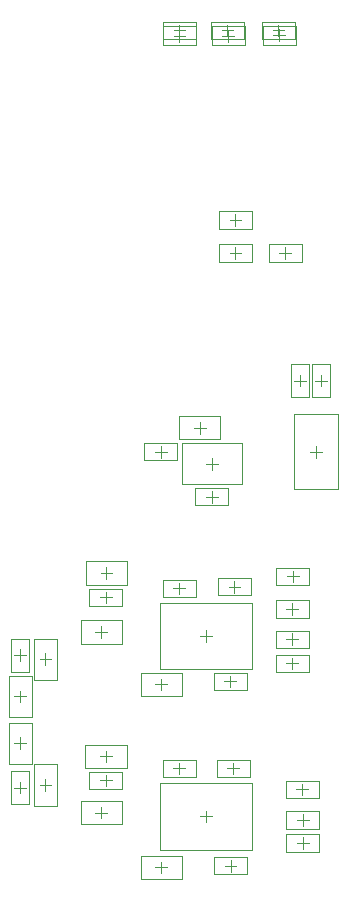
<source format=gbr>
G04 Layer_Color=32768*
%FSLAX26Y26*%
%MOIN*%
%TF.FileFunction,Other,Mechanical_15*%
%TF.Part,Single*%
G01*
G75*
%TA.AperFunction,NonConductor*%
%ADD49C,0.003937*%
%ADD60C,0.001968*%
D49*
X548315Y-1803000D02*
X587685D01*
X568000Y-1822685D02*
Y-1783315D01*
X550315Y-1192000D02*
X589685D01*
X570000Y-1211685D02*
Y-1172315D01*
X548414Y-1883000D02*
X587784D01*
X568100Y-1902686D02*
Y-1863316D01*
X283000Y-1622686D02*
Y-1583316D01*
X263314Y-1603000D02*
X302684D01*
X366800Y-1498686D02*
Y-1459316D01*
X347114Y-1479000D02*
X386484D01*
X283000Y-1926298D02*
Y-1886928D01*
X263316Y-1906614D02*
X302686D01*
X283000Y-1778684D02*
Y-1739314D01*
X263316Y-1759000D02*
X302686D01*
X366800Y-1917440D02*
Y-1878070D01*
X347116Y-1897756D02*
X386486D01*
X1215000Y-569685D02*
Y-530315D01*
X1195316Y-549999D02*
X1234686D01*
X1285001Y-569685D02*
Y-530315D01*
X1265315Y-550001D02*
X1304685D01*
X793558Y598992D02*
X832928D01*
X813244Y579306D02*
Y618676D01*
X955794Y598992D02*
X995164D01*
X975480Y579306D02*
Y618676D01*
X1125794Y601229D02*
X1165165D01*
X1145480Y581543D02*
Y620913D01*
X1000000Y-34686D02*
Y4684D01*
X980314Y-15000D02*
X1019684D01*
X1165688Y-144686D02*
Y-105316D01*
X1146002Y-125000D02*
X1185372D01*
X1000000Y-144686D02*
Y-105316D01*
X980314Y-125000D02*
X1019684D01*
X813244Y597314D02*
Y636684D01*
X793558Y617000D02*
X832928D01*
X973244Y597314D02*
Y636684D01*
X953558Y617000D02*
X992928D01*
X1143244Y597314D02*
Y636684D01*
X1123558Y617000D02*
X1162928D01*
X1203314Y-1913000D02*
X1242684D01*
X1223000Y-1932686D02*
Y-1893316D01*
X1191536Y-1222686D02*
Y-1183316D01*
X1171850Y-1203000D02*
X1211220D01*
X793314Y-1243000D02*
X832684D01*
X813000Y-1262686D02*
Y-1223316D01*
X963314Y-1553000D02*
X1002684D01*
X983000Y-1572686D02*
Y-1533316D01*
X1169850Y-1493000D02*
X1209220D01*
X1189536Y-1512686D02*
Y-1473316D01*
X1169851Y-1311614D02*
X1209221D01*
X1189537Y-1331300D02*
Y-1291930D01*
X548414Y-1273000D02*
X587784D01*
X568100Y-1292686D02*
Y-1253316D01*
X533314Y-1387204D02*
X572684D01*
X553000Y-1406890D02*
Y-1367520D01*
X733314Y-1563000D02*
X772684D01*
X753000Y-1582686D02*
Y-1543316D01*
X533314Y-1990204D02*
X572684D01*
X553000Y-2009890D02*
Y-1970520D01*
X1205314Y-2092568D02*
X1244684D01*
X1225000Y-2112252D02*
Y-2072882D01*
X1169850Y-1412796D02*
X1209220D01*
X1189536Y-1432480D02*
Y-1393110D01*
X964009Y-2167008D02*
X1003379D01*
X983695Y-2186694D02*
Y-2147324D01*
X973314Y-1843000D02*
X1012684D01*
X993000Y-1862686D02*
Y-1823316D01*
X793314Y-1843000D02*
X832684D01*
X813000Y-1862686D02*
Y-1823316D01*
X733314Y-2173000D02*
X772684D01*
X753000Y-2192686D02*
Y-2153316D01*
X976962Y-1237008D02*
X1016332D01*
X996648Y-1256694D02*
Y-1217324D01*
X1205314Y-2015796D02*
X1244684D01*
X1225000Y-2035480D02*
Y-1996110D01*
X283000Y-1484844D02*
Y-1445474D01*
X263314Y-1465158D02*
X302684D01*
X750480Y-806693D02*
Y-767323D01*
X730795Y-787008D02*
X770165D01*
X920480Y-956693D02*
Y-917323D01*
X900795Y-937008D02*
X940165D01*
X921976Y-846693D02*
Y-807323D01*
X902291Y-827008D02*
X941661D01*
X880480Y-726693D02*
Y-687323D01*
X860795Y-707008D02*
X900165D01*
X883315Y-2003000D02*
X922685D01*
X903000Y-2022685D02*
Y-1983315D01*
Y-1420866D02*
Y-1381496D01*
X883315Y-1401181D02*
X922685D01*
X1268000Y-807685D02*
Y-768315D01*
X1248315Y-788000D02*
X1287685D01*
D60*
X636898Y-1842370D02*
Y-1763630D01*
X499102Y-1842370D02*
Y-1763630D01*
X636898D01*
X499102Y-1842370D02*
X636898D01*
X638898Y-1231370D02*
Y-1152630D01*
X501102Y-1231370D02*
Y-1152630D01*
X638898D01*
X501102Y-1231370D02*
X638898D01*
X512982Y-1912528D02*
Y-1853472D01*
X623218Y-1912528D02*
Y-1853472D01*
X512982Y-1912528D02*
X623218D01*
X512982Y-1853472D02*
X623218D01*
X243630Y-1534102D02*
X322370D01*
X243630Y-1671898D02*
X322370D01*
X243630D02*
Y-1534102D01*
X322370Y-1671898D02*
Y-1534102D01*
X327430Y-1410102D02*
X406170D01*
X327430Y-1547898D02*
X406170D01*
X327430D02*
Y-1410102D01*
X406170Y-1547898D02*
Y-1410102D01*
X253472Y-1961732D02*
X312528D01*
X253472Y-1851496D02*
X312528D01*
Y-1961732D02*
Y-1851496D01*
X253472Y-1961732D02*
Y-1851496D01*
X243630Y-1827898D02*
X322370D01*
X243630Y-1690102D02*
X322370D01*
Y-1827898D02*
Y-1690102D01*
X243630Y-1827898D02*
Y-1690102D01*
X327430Y-1966654D02*
X406170D01*
X327430Y-1828858D02*
X406170D01*
Y-1966654D02*
Y-1828858D01*
X327430Y-1966654D02*
Y-1828858D01*
X1185472Y-494881D02*
X1244528D01*
X1185472Y-605117D02*
X1244528D01*
X1185472D02*
Y-494881D01*
X1244528Y-605117D02*
Y-494881D01*
X1255473Y-605119D02*
X1314529D01*
X1255473Y-494883D02*
X1314529D01*
Y-605119D02*
Y-494883D01*
X1255473Y-605119D02*
Y-494883D01*
X868362Y567496D02*
Y630488D01*
X758126Y567496D02*
Y630488D01*
Y567496D02*
X868362D01*
X758126Y630488D02*
X868362D01*
X1030598Y567496D02*
Y630488D01*
X920362Y567496D02*
Y630488D01*
Y567496D02*
X1030598D01*
X920362Y630488D02*
X1030598D01*
X1200599Y569733D02*
Y632725D01*
X1090362Y569733D02*
Y632725D01*
Y569733D02*
X1200599D01*
X1090362Y632725D02*
X1200599D01*
X944882Y-44528D02*
X1055118D01*
X944882Y14528D02*
X1055118D01*
Y-44528D02*
Y14528D01*
X944882Y-44528D02*
Y14528D01*
X1110570Y-95472D02*
X1220806D01*
X1110570Y-154528D02*
X1220806D01*
X1110570D02*
Y-95472D01*
X1220806Y-154528D02*
Y-95472D01*
X944882Y-154528D02*
X1055118D01*
X944882Y-95472D02*
X1055118D01*
Y-154528D02*
Y-95472D01*
X944882Y-154528D02*
Y-95472D01*
X758126Y587472D02*
X868362D01*
X758126Y646528D02*
X868362D01*
X758126Y587472D02*
Y646528D01*
X868362Y587472D02*
Y646528D01*
X918126Y587472D02*
X1028362D01*
X918126Y646528D02*
X1028362D01*
X918126Y587472D02*
Y646528D01*
X1028362Y587472D02*
Y646528D01*
X1088126Y587472D02*
X1198362D01*
X1088126Y646528D02*
X1198362D01*
X1088126Y587472D02*
Y646528D01*
X1198362Y587472D02*
Y646528D01*
X1278118Y-1942528D02*
Y-1883472D01*
X1167882Y-1942528D02*
Y-1883472D01*
X1278118D01*
X1167882Y-1942528D02*
X1278118D01*
X1136418Y-1173472D02*
X1246654D01*
X1136418Y-1232528D02*
X1246654D01*
Y-1173472D01*
X1136418Y-1232528D02*
Y-1173472D01*
X868118Y-1272528D02*
Y-1213472D01*
X757882Y-1272528D02*
Y-1213472D01*
X868118D01*
X757882Y-1272528D02*
X868118D01*
X1038118Y-1582528D02*
Y-1523472D01*
X927882Y-1582528D02*
Y-1523472D01*
X1038118D01*
X927882Y-1582528D02*
X1038118D01*
X1134418Y-1522528D02*
Y-1463472D01*
X1244654Y-1522528D02*
Y-1463472D01*
X1134418Y-1522528D02*
X1244654D01*
X1134418Y-1463472D02*
X1244654D01*
X1244655Y-1341142D02*
Y-1282086D01*
X1134419Y-1341142D02*
Y-1282086D01*
X1244655D01*
X1134419Y-1341142D02*
X1244655D01*
X512982Y-1302528D02*
Y-1243472D01*
X623218Y-1302528D02*
Y-1243472D01*
X512982Y-1302528D02*
X623218D01*
X512982Y-1243472D02*
X623218D01*
X621898Y-1426574D02*
Y-1347834D01*
X484102Y-1426574D02*
Y-1347834D01*
X621898D01*
X484102Y-1426574D02*
X621898D01*
X821898Y-1602370D02*
Y-1523630D01*
X684102Y-1602370D02*
Y-1523630D01*
X821898D01*
X684102Y-1602370D02*
X821898D01*
X621898Y-2029574D02*
Y-1950834D01*
X484102Y-2029574D02*
Y-1950834D01*
X621898D01*
X484102Y-2029574D02*
X621898D01*
X1169882Y-2122094D02*
Y-2063040D01*
X1280118Y-2122094D02*
Y-2063040D01*
X1169882Y-2122094D02*
X1280118D01*
X1169882Y-2063040D02*
X1280118D01*
X1244654Y-1442322D02*
Y-1383268D01*
X1134418Y-1442322D02*
Y-1383268D01*
X1244654D01*
X1134418Y-1442322D02*
X1244654D01*
X1038813Y-2196536D02*
Y-2137480D01*
X928577Y-2196536D02*
Y-2137480D01*
X1038813D01*
X928577Y-2196536D02*
X1038813D01*
X937882Y-1872528D02*
Y-1813472D01*
X1048118Y-1872528D02*
Y-1813472D01*
X937882Y-1872528D02*
X1048118D01*
X937882Y-1813472D02*
X1048118D01*
X868118Y-1872528D02*
Y-1813472D01*
X757882Y-1872528D02*
Y-1813472D01*
X868118D01*
X757882Y-1872528D02*
X868118D01*
X821898Y-2212370D02*
Y-2133630D01*
X684102Y-2212370D02*
Y-2133630D01*
X821898D01*
X684102Y-2212370D02*
X821898D01*
X941529Y-1266536D02*
Y-1207480D01*
X1051765Y-1266536D02*
Y-1207480D01*
X941529Y-1266536D02*
X1051765D01*
X941529Y-1207480D02*
X1051765D01*
X1280118Y-2045322D02*
Y-1986268D01*
X1169882Y-2045322D02*
Y-1986268D01*
X1280118D01*
X1169882Y-2045322D02*
X1280118D01*
X253472Y-1410040D02*
X312528D01*
X253472Y-1520276D02*
X312528D01*
X253472D02*
Y-1410040D01*
X312528Y-1520276D02*
Y-1410040D01*
X695362Y-816535D02*
X805598D01*
X695362Y-757480D02*
X805598D01*
X695362Y-816535D02*
Y-757480D01*
X805598Y-816535D02*
Y-757480D01*
X865362Y-907480D02*
X975598D01*
X865362Y-966535D02*
X975598D01*
Y-907480D01*
X865362Y-966535D02*
Y-907480D01*
X822567Y-758110D02*
X1021386D01*
X822567Y-895906D02*
X1021386D01*
Y-758110D01*
X822567Y-895906D02*
Y-758110D01*
X811583Y-746378D02*
X949378D01*
X811583Y-667638D02*
X949378D01*
X811583Y-746378D02*
Y-667638D01*
X949378Y-746378D02*
Y-667638D01*
X1056543Y-2113236D02*
Y-1892764D01*
X749457Y-2113236D02*
Y-1892764D01*
X1056543D01*
X749457Y-2113236D02*
X1056543D01*
X749457Y-1511417D02*
X1056543D01*
X749457Y-1290945D02*
X1056543D01*
X749457Y-1511417D02*
Y-1290945D01*
X1056543Y-1511417D02*
Y-1290945D01*
X1195166Y-663000D02*
X1340835D01*
X1195166Y-913000D02*
X1340835D01*
X1195166D02*
Y-663000D01*
X1340835Y-913000D02*
Y-663000D01*
%TF.MD5,b1d21f4a2d7b8e69d7d4d58c8767c401*%
M02*

</source>
